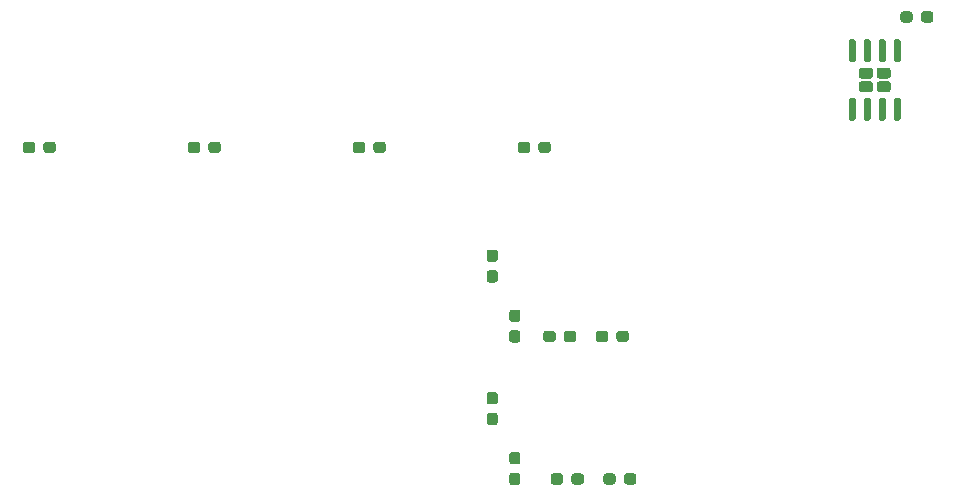
<source format=gbr>
%TF.GenerationSoftware,KiCad,Pcbnew,(5.1.10)-1*%
%TF.CreationDate,2021-12-04T20:19:19-06:00*%
%TF.ProjectId,2022 Multimedia Rev1,32303232-204d-4756-9c74-696d65646961,rev?*%
%TF.SameCoordinates,Original*%
%TF.FileFunction,Paste,Top*%
%TF.FilePolarity,Positive*%
%FSLAX46Y46*%
G04 Gerber Fmt 4.6, Leading zero omitted, Abs format (unit mm)*
G04 Created by KiCad (PCBNEW (5.1.10)-1) date 2021-12-04 20:19:19*
%MOMM*%
%LPD*%
G01*
G04 APERTURE LIST*
G04 APERTURE END LIST*
%TO.C,U3*%
G36*
G01*
X191879000Y-59580000D02*
X191129000Y-59580000D01*
G75*
G02*
X190899000Y-59350000I0J230000D01*
G01*
X190899000Y-58890000D01*
G75*
G02*
X191129000Y-58660000I230000J0D01*
G01*
X191879000Y-58660000D01*
G75*
G02*
X192109000Y-58890000I0J-230000D01*
G01*
X192109000Y-59350000D01*
G75*
G02*
X191879000Y-59580000I-230000J0D01*
G01*
G37*
G36*
G01*
X190379000Y-59580000D02*
X189629000Y-59580000D01*
G75*
G02*
X189399000Y-59350000I0J230000D01*
G01*
X189399000Y-58890000D01*
G75*
G02*
X189629000Y-58660000I230000J0D01*
G01*
X190379000Y-58660000D01*
G75*
G02*
X190609000Y-58890000I0J-230000D01*
G01*
X190609000Y-59350000D01*
G75*
G02*
X190379000Y-59580000I-230000J0D01*
G01*
G37*
G36*
G01*
X191879000Y-60720000D02*
X191129000Y-60720000D01*
G75*
G02*
X190899000Y-60490000I0J230000D01*
G01*
X190899000Y-60030000D01*
G75*
G02*
X191129000Y-59800000I230000J0D01*
G01*
X191879000Y-59800000D01*
G75*
G02*
X192109000Y-60030000I0J-230000D01*
G01*
X192109000Y-60490000D01*
G75*
G02*
X191879000Y-60720000I-230000J0D01*
G01*
G37*
G36*
G01*
X190379000Y-60720000D02*
X189629000Y-60720000D01*
G75*
G02*
X189399000Y-60490000I0J230000D01*
G01*
X189399000Y-60030000D01*
G75*
G02*
X189629000Y-59800000I230000J0D01*
G01*
X190379000Y-59800000D01*
G75*
G02*
X190609000Y-60030000I0J-230000D01*
G01*
X190609000Y-60490000D01*
G75*
G02*
X190379000Y-60720000I-230000J0D01*
G01*
G37*
G36*
G01*
X188999000Y-58190000D02*
X188699000Y-58190000D01*
G75*
G02*
X188549000Y-58040000I0J150000D01*
G01*
X188549000Y-56390000D01*
G75*
G02*
X188699000Y-56240000I150000J0D01*
G01*
X188999000Y-56240000D01*
G75*
G02*
X189149000Y-56390000I0J-150000D01*
G01*
X189149000Y-58040000D01*
G75*
G02*
X188999000Y-58190000I-150000J0D01*
G01*
G37*
G36*
G01*
X190269000Y-58190000D02*
X189969000Y-58190000D01*
G75*
G02*
X189819000Y-58040000I0J150000D01*
G01*
X189819000Y-56390000D01*
G75*
G02*
X189969000Y-56240000I150000J0D01*
G01*
X190269000Y-56240000D01*
G75*
G02*
X190419000Y-56390000I0J-150000D01*
G01*
X190419000Y-58040000D01*
G75*
G02*
X190269000Y-58190000I-150000J0D01*
G01*
G37*
G36*
G01*
X191539000Y-58190000D02*
X191239000Y-58190000D01*
G75*
G02*
X191089000Y-58040000I0J150000D01*
G01*
X191089000Y-56390000D01*
G75*
G02*
X191239000Y-56240000I150000J0D01*
G01*
X191539000Y-56240000D01*
G75*
G02*
X191689000Y-56390000I0J-150000D01*
G01*
X191689000Y-58040000D01*
G75*
G02*
X191539000Y-58190000I-150000J0D01*
G01*
G37*
G36*
G01*
X192809000Y-58190000D02*
X192509000Y-58190000D01*
G75*
G02*
X192359000Y-58040000I0J150000D01*
G01*
X192359000Y-56390000D01*
G75*
G02*
X192509000Y-56240000I150000J0D01*
G01*
X192809000Y-56240000D01*
G75*
G02*
X192959000Y-56390000I0J-150000D01*
G01*
X192959000Y-58040000D01*
G75*
G02*
X192809000Y-58190000I-150000J0D01*
G01*
G37*
G36*
G01*
X192809000Y-63140000D02*
X192509000Y-63140000D01*
G75*
G02*
X192359000Y-62990000I0J150000D01*
G01*
X192359000Y-61340000D01*
G75*
G02*
X192509000Y-61190000I150000J0D01*
G01*
X192809000Y-61190000D01*
G75*
G02*
X192959000Y-61340000I0J-150000D01*
G01*
X192959000Y-62990000D01*
G75*
G02*
X192809000Y-63140000I-150000J0D01*
G01*
G37*
G36*
G01*
X191539000Y-63140000D02*
X191239000Y-63140000D01*
G75*
G02*
X191089000Y-62990000I0J150000D01*
G01*
X191089000Y-61340000D01*
G75*
G02*
X191239000Y-61190000I150000J0D01*
G01*
X191539000Y-61190000D01*
G75*
G02*
X191689000Y-61340000I0J-150000D01*
G01*
X191689000Y-62990000D01*
G75*
G02*
X191539000Y-63140000I-150000J0D01*
G01*
G37*
G36*
G01*
X190269000Y-63140000D02*
X189969000Y-63140000D01*
G75*
G02*
X189819000Y-62990000I0J150000D01*
G01*
X189819000Y-61340000D01*
G75*
G02*
X189969000Y-61190000I150000J0D01*
G01*
X190269000Y-61190000D01*
G75*
G02*
X190419000Y-61340000I0J-150000D01*
G01*
X190419000Y-62990000D01*
G75*
G02*
X190269000Y-63140000I-150000J0D01*
G01*
G37*
G36*
G01*
X188999000Y-63140000D02*
X188699000Y-63140000D01*
G75*
G02*
X188549000Y-62990000I0J150000D01*
G01*
X188549000Y-61340000D01*
G75*
G02*
X188699000Y-61190000I150000J0D01*
G01*
X188999000Y-61190000D01*
G75*
G02*
X189149000Y-61340000I0J-150000D01*
G01*
X189149000Y-62990000D01*
G75*
G02*
X188999000Y-63140000I-150000J0D01*
G01*
G37*
%TD*%
%TO.C,R3*%
G36*
G01*
X194660000Y-54593500D02*
X194660000Y-54118500D01*
G75*
G02*
X194897500Y-53881000I237500J0D01*
G01*
X195472500Y-53881000D01*
G75*
G02*
X195710000Y-54118500I0J-237500D01*
G01*
X195710000Y-54593500D01*
G75*
G02*
X195472500Y-54831000I-237500J0D01*
G01*
X194897500Y-54831000D01*
G75*
G02*
X194660000Y-54593500I0J237500D01*
G01*
G37*
G36*
G01*
X192910000Y-54593500D02*
X192910000Y-54118500D01*
G75*
G02*
X193147500Y-53881000I237500J0D01*
G01*
X193722500Y-53881000D01*
G75*
G02*
X193960000Y-54118500I0J-237500D01*
G01*
X193960000Y-54593500D01*
G75*
G02*
X193722500Y-54831000I-237500J0D01*
G01*
X193147500Y-54831000D01*
G75*
G02*
X192910000Y-54593500I0J237500D01*
G01*
G37*
%TD*%
%TO.C,R2*%
G36*
G01*
X164369000Y-93234500D02*
X164369000Y-93709500D01*
G75*
G02*
X164131500Y-93947000I-237500J0D01*
G01*
X163556500Y-93947000D01*
G75*
G02*
X163319000Y-93709500I0J237500D01*
G01*
X163319000Y-93234500D01*
G75*
G02*
X163556500Y-92997000I237500J0D01*
G01*
X164131500Y-92997000D01*
G75*
G02*
X164369000Y-93234500I0J-237500D01*
G01*
G37*
G36*
G01*
X166119000Y-93234500D02*
X166119000Y-93709500D01*
G75*
G02*
X165881500Y-93947000I-237500J0D01*
G01*
X165306500Y-93947000D01*
G75*
G02*
X165069000Y-93709500I0J237500D01*
G01*
X165069000Y-93234500D01*
G75*
G02*
X165306500Y-92997000I237500J0D01*
G01*
X165881500Y-92997000D01*
G75*
G02*
X166119000Y-93234500I0J-237500D01*
G01*
G37*
%TD*%
%TO.C,R1*%
G36*
G01*
X163734000Y-81169500D02*
X163734000Y-81644500D01*
G75*
G02*
X163496500Y-81882000I-237500J0D01*
G01*
X162921500Y-81882000D01*
G75*
G02*
X162684000Y-81644500I0J237500D01*
G01*
X162684000Y-81169500D01*
G75*
G02*
X162921500Y-80932000I237500J0D01*
G01*
X163496500Y-80932000D01*
G75*
G02*
X163734000Y-81169500I0J-237500D01*
G01*
G37*
G36*
G01*
X165484000Y-81169500D02*
X165484000Y-81644500D01*
G75*
G02*
X165246500Y-81882000I-237500J0D01*
G01*
X164671500Y-81882000D01*
G75*
G02*
X164434000Y-81644500I0J237500D01*
G01*
X164434000Y-81169500D01*
G75*
G02*
X164671500Y-80932000I237500J0D01*
G01*
X165246500Y-80932000D01*
G75*
G02*
X165484000Y-81169500I0J-237500D01*
G01*
G37*
%TD*%
%TO.C,D2*%
G36*
G01*
X168814000Y-93234500D02*
X168814000Y-93709500D01*
G75*
G02*
X168576500Y-93947000I-237500J0D01*
G01*
X168001500Y-93947000D01*
G75*
G02*
X167764000Y-93709500I0J237500D01*
G01*
X167764000Y-93234500D01*
G75*
G02*
X168001500Y-92997000I237500J0D01*
G01*
X168576500Y-92997000D01*
G75*
G02*
X168814000Y-93234500I0J-237500D01*
G01*
G37*
G36*
G01*
X170564000Y-93234500D02*
X170564000Y-93709500D01*
G75*
G02*
X170326500Y-93947000I-237500J0D01*
G01*
X169751500Y-93947000D01*
G75*
G02*
X169514000Y-93709500I0J237500D01*
G01*
X169514000Y-93234500D01*
G75*
G02*
X169751500Y-92997000I237500J0D01*
G01*
X170326500Y-92997000D01*
G75*
G02*
X170564000Y-93234500I0J-237500D01*
G01*
G37*
%TD*%
%TO.C,D1*%
G36*
G01*
X168179000Y-81169500D02*
X168179000Y-81644500D01*
G75*
G02*
X167941500Y-81882000I-237500J0D01*
G01*
X167366500Y-81882000D01*
G75*
G02*
X167129000Y-81644500I0J237500D01*
G01*
X167129000Y-81169500D01*
G75*
G02*
X167366500Y-80932000I237500J0D01*
G01*
X167941500Y-80932000D01*
G75*
G02*
X168179000Y-81169500I0J-237500D01*
G01*
G37*
G36*
G01*
X169929000Y-81169500D02*
X169929000Y-81644500D01*
G75*
G02*
X169691500Y-81882000I-237500J0D01*
G01*
X169116500Y-81882000D01*
G75*
G02*
X168879000Y-81644500I0J237500D01*
G01*
X168879000Y-81169500D01*
G75*
G02*
X169116500Y-80932000I237500J0D01*
G01*
X169691500Y-80932000D01*
G75*
G02*
X169929000Y-81169500I0J-237500D01*
G01*
G37*
%TD*%
%TO.C,C8*%
G36*
G01*
X160511500Y-92247000D02*
X160036500Y-92247000D01*
G75*
G02*
X159799000Y-92009500I0J237500D01*
G01*
X159799000Y-91434500D01*
G75*
G02*
X160036500Y-91197000I237500J0D01*
G01*
X160511500Y-91197000D01*
G75*
G02*
X160749000Y-91434500I0J-237500D01*
G01*
X160749000Y-92009500D01*
G75*
G02*
X160511500Y-92247000I-237500J0D01*
G01*
G37*
G36*
G01*
X160511500Y-93997000D02*
X160036500Y-93997000D01*
G75*
G02*
X159799000Y-93759500I0J237500D01*
G01*
X159799000Y-93184500D01*
G75*
G02*
X160036500Y-92947000I237500J0D01*
G01*
X160511500Y-92947000D01*
G75*
G02*
X160749000Y-93184500I0J-237500D01*
G01*
X160749000Y-93759500D01*
G75*
G02*
X160511500Y-93997000I-237500J0D01*
G01*
G37*
%TD*%
%TO.C,C7*%
G36*
G01*
X120365000Y-65642500D02*
X120365000Y-65167500D01*
G75*
G02*
X120602500Y-64930000I237500J0D01*
G01*
X121177500Y-64930000D01*
G75*
G02*
X121415000Y-65167500I0J-237500D01*
G01*
X121415000Y-65642500D01*
G75*
G02*
X121177500Y-65880000I-237500J0D01*
G01*
X120602500Y-65880000D01*
G75*
G02*
X120365000Y-65642500I0J237500D01*
G01*
G37*
G36*
G01*
X118615000Y-65642500D02*
X118615000Y-65167500D01*
G75*
G02*
X118852500Y-64930000I237500J0D01*
G01*
X119427500Y-64930000D01*
G75*
G02*
X119665000Y-65167500I0J-237500D01*
G01*
X119665000Y-65642500D01*
G75*
G02*
X119427500Y-65880000I-237500J0D01*
G01*
X118852500Y-65880000D01*
G75*
G02*
X118615000Y-65642500I0J237500D01*
G01*
G37*
%TD*%
%TO.C,C6*%
G36*
G01*
X134335000Y-65642500D02*
X134335000Y-65167500D01*
G75*
G02*
X134572500Y-64930000I237500J0D01*
G01*
X135147500Y-64930000D01*
G75*
G02*
X135385000Y-65167500I0J-237500D01*
G01*
X135385000Y-65642500D01*
G75*
G02*
X135147500Y-65880000I-237500J0D01*
G01*
X134572500Y-65880000D01*
G75*
G02*
X134335000Y-65642500I0J237500D01*
G01*
G37*
G36*
G01*
X132585000Y-65642500D02*
X132585000Y-65167500D01*
G75*
G02*
X132822500Y-64930000I237500J0D01*
G01*
X133397500Y-64930000D01*
G75*
G02*
X133635000Y-65167500I0J-237500D01*
G01*
X133635000Y-65642500D01*
G75*
G02*
X133397500Y-65880000I-237500J0D01*
G01*
X132822500Y-65880000D01*
G75*
G02*
X132585000Y-65642500I0J237500D01*
G01*
G37*
%TD*%
%TO.C,C5*%
G36*
G01*
X148305000Y-65642500D02*
X148305000Y-65167500D01*
G75*
G02*
X148542500Y-64930000I237500J0D01*
G01*
X149117500Y-64930000D01*
G75*
G02*
X149355000Y-65167500I0J-237500D01*
G01*
X149355000Y-65642500D01*
G75*
G02*
X149117500Y-65880000I-237500J0D01*
G01*
X148542500Y-65880000D01*
G75*
G02*
X148305000Y-65642500I0J237500D01*
G01*
G37*
G36*
G01*
X146555000Y-65642500D02*
X146555000Y-65167500D01*
G75*
G02*
X146792500Y-64930000I237500J0D01*
G01*
X147367500Y-64930000D01*
G75*
G02*
X147605000Y-65167500I0J-237500D01*
G01*
X147605000Y-65642500D01*
G75*
G02*
X147367500Y-65880000I-237500J0D01*
G01*
X146792500Y-65880000D01*
G75*
G02*
X146555000Y-65642500I0J237500D01*
G01*
G37*
%TD*%
%TO.C,C4*%
G36*
G01*
X160511500Y-80182000D02*
X160036500Y-80182000D01*
G75*
G02*
X159799000Y-79944500I0J237500D01*
G01*
X159799000Y-79369500D01*
G75*
G02*
X160036500Y-79132000I237500J0D01*
G01*
X160511500Y-79132000D01*
G75*
G02*
X160749000Y-79369500I0J-237500D01*
G01*
X160749000Y-79944500D01*
G75*
G02*
X160511500Y-80182000I-237500J0D01*
G01*
G37*
G36*
G01*
X160511500Y-81932000D02*
X160036500Y-81932000D01*
G75*
G02*
X159799000Y-81694500I0J237500D01*
G01*
X159799000Y-81119500D01*
G75*
G02*
X160036500Y-80882000I237500J0D01*
G01*
X160511500Y-80882000D01*
G75*
G02*
X160749000Y-81119500I0J-237500D01*
G01*
X160749000Y-81694500D01*
G75*
G02*
X160511500Y-81932000I-237500J0D01*
G01*
G37*
%TD*%
%TO.C,C3*%
G36*
G01*
X162275000Y-65642500D02*
X162275000Y-65167500D01*
G75*
G02*
X162512500Y-64930000I237500J0D01*
G01*
X163087500Y-64930000D01*
G75*
G02*
X163325000Y-65167500I0J-237500D01*
G01*
X163325000Y-65642500D01*
G75*
G02*
X163087500Y-65880000I-237500J0D01*
G01*
X162512500Y-65880000D01*
G75*
G02*
X162275000Y-65642500I0J237500D01*
G01*
G37*
G36*
G01*
X160525000Y-65642500D02*
X160525000Y-65167500D01*
G75*
G02*
X160762500Y-64930000I237500J0D01*
G01*
X161337500Y-64930000D01*
G75*
G02*
X161575000Y-65167500I0J-237500D01*
G01*
X161575000Y-65642500D01*
G75*
G02*
X161337500Y-65880000I-237500J0D01*
G01*
X160762500Y-65880000D01*
G75*
G02*
X160525000Y-65642500I0J237500D01*
G01*
G37*
%TD*%
%TO.C,C2*%
G36*
G01*
X158606500Y-87167000D02*
X158131500Y-87167000D01*
G75*
G02*
X157894000Y-86929500I0J237500D01*
G01*
X157894000Y-86354500D01*
G75*
G02*
X158131500Y-86117000I237500J0D01*
G01*
X158606500Y-86117000D01*
G75*
G02*
X158844000Y-86354500I0J-237500D01*
G01*
X158844000Y-86929500D01*
G75*
G02*
X158606500Y-87167000I-237500J0D01*
G01*
G37*
G36*
G01*
X158606500Y-88917000D02*
X158131500Y-88917000D01*
G75*
G02*
X157894000Y-88679500I0J237500D01*
G01*
X157894000Y-88104500D01*
G75*
G02*
X158131500Y-87867000I237500J0D01*
G01*
X158606500Y-87867000D01*
G75*
G02*
X158844000Y-88104500I0J-237500D01*
G01*
X158844000Y-88679500D01*
G75*
G02*
X158606500Y-88917000I-237500J0D01*
G01*
G37*
%TD*%
%TO.C,C1*%
G36*
G01*
X158606500Y-75102000D02*
X158131500Y-75102000D01*
G75*
G02*
X157894000Y-74864500I0J237500D01*
G01*
X157894000Y-74289500D01*
G75*
G02*
X158131500Y-74052000I237500J0D01*
G01*
X158606500Y-74052000D01*
G75*
G02*
X158844000Y-74289500I0J-237500D01*
G01*
X158844000Y-74864500D01*
G75*
G02*
X158606500Y-75102000I-237500J0D01*
G01*
G37*
G36*
G01*
X158606500Y-76852000D02*
X158131500Y-76852000D01*
G75*
G02*
X157894000Y-76614500I0J237500D01*
G01*
X157894000Y-76039500D01*
G75*
G02*
X158131500Y-75802000I237500J0D01*
G01*
X158606500Y-75802000D01*
G75*
G02*
X158844000Y-76039500I0J-237500D01*
G01*
X158844000Y-76614500D01*
G75*
G02*
X158606500Y-76852000I-237500J0D01*
G01*
G37*
%TD*%
M02*

</source>
